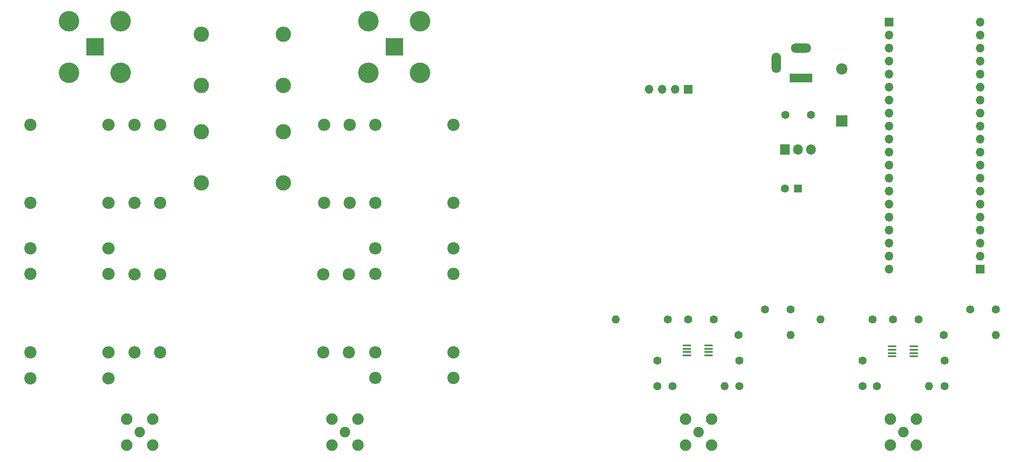
<source format=gbr>
%TF.GenerationSoftware,KiCad,Pcbnew,7.0.9*%
%TF.CreationDate,2023-12-22T07:41:01-05:00*%
%TF.ProjectId,swr_meter,7377725f-6d65-4746-9572-2e6b69636164,2*%
%TF.SameCoordinates,Original*%
%TF.FileFunction,Soldermask,Top*%
%TF.FilePolarity,Negative*%
%FSLAX46Y46*%
G04 Gerber Fmt 4.6, Leading zero omitted, Abs format (unit mm)*
G04 Created by KiCad (PCBNEW 7.0.9) date 2023-12-22 07:41:01*
%MOMM*%
%LPD*%
G01*
G04 APERTURE LIST*
G04 Aperture macros list*
%AMRoundRect*
0 Rectangle with rounded corners*
0 $1 Rounding radius*
0 $2 $3 $4 $5 $6 $7 $8 $9 X,Y pos of 4 corners*
0 Add a 4 corners polygon primitive as box body*
4,1,4,$2,$3,$4,$5,$6,$7,$8,$9,$2,$3,0*
0 Add four circle primitives for the rounded corners*
1,1,$1+$1,$2,$3*
1,1,$1+$1,$4,$5*
1,1,$1+$1,$6,$7*
1,1,$1+$1,$8,$9*
0 Add four rect primitives between the rounded corners*
20,1,$1+$1,$2,$3,$4,$5,0*
20,1,$1+$1,$4,$5,$6,$7,0*
20,1,$1+$1,$6,$7,$8,$9,0*
20,1,$1+$1,$8,$9,$2,$3,0*%
G04 Aperture macros list end*
%ADD10C,2.400000*%
%ADD11O,2.400000X2.400000*%
%ADD12C,3.000000*%
%ADD13C,1.600000*%
%ADD14R,1.700000X1.700000*%
%ADD15O,1.700000X1.700000*%
%ADD16R,1.905000X2.000000*%
%ADD17O,1.905000X2.000000*%
%ADD18R,2.200000X2.200000*%
%ADD19O,2.200000X2.200000*%
%ADD20C,2.050000*%
%ADD21C,2.250000*%
%ADD22O,1.600000X1.600000*%
%ADD23RoundRect,0.100000X0.712500X0.100000X-0.712500X0.100000X-0.712500X-0.100000X0.712500X-0.100000X0*%
%ADD24R,3.500000X3.500000*%
%ADD25C,4.000000*%
%ADD26R,4.400000X1.800000*%
%ADD27O,4.000000X1.800000*%
%ADD28O,1.800000X4.000000*%
%ADD29R,1.600000X1.600000*%
G04 APERTURE END LIST*
D10*
%TO.C,R23*%
X132225000Y-110410000D03*
D11*
X116985000Y-110410000D03*
%TD*%
D12*
%TO.C,T1*%
X99000000Y-43260000D03*
X83000000Y-43260000D03*
X99000000Y-53260000D03*
X83000000Y-53260000D03*
%TD*%
D13*
%TO.C,C6*%
X228000000Y-112000000D03*
X228000000Y-107000000D03*
%TD*%
D10*
%TO.C,R24*%
X132225000Y-90090000D03*
D11*
X116985000Y-90090000D03*
%TD*%
D10*
%TO.C,R11*%
X132225000Y-60960000D03*
D11*
X116985000Y-60960000D03*
%TD*%
D14*
%TO.C,J3*%
X235000000Y-89125000D03*
D15*
X235000000Y-86585000D03*
X235000000Y-84045000D03*
X235000000Y-81505000D03*
X235000000Y-78965000D03*
X235000000Y-76425000D03*
X235000000Y-73885000D03*
X235000000Y-71345000D03*
X235000000Y-68805000D03*
X235000000Y-66265000D03*
X235000000Y-63725000D03*
X235000000Y-61185000D03*
X235000000Y-58645000D03*
X235000000Y-56105000D03*
X235000000Y-53565000D03*
X235000000Y-51025000D03*
X235000000Y-48485000D03*
X235000000Y-45945000D03*
X235000000Y-43405000D03*
X235000000Y-40865000D03*
%TD*%
D16*
%TO.C,U3*%
X196920000Y-65770000D03*
D17*
X199460000Y-65770000D03*
X202000000Y-65770000D03*
%TD*%
D18*
%TO.C,D1*%
X208000000Y-60160000D03*
D19*
X208000000Y-50000000D03*
%TD*%
D10*
%TO.C,R29*%
X70000000Y-105410000D03*
D11*
X70000000Y-90170000D03*
%TD*%
D13*
%TO.C,C1*%
X172000000Y-112000000D03*
X172000000Y-107000000D03*
%TD*%
D10*
%TO.C,R19*%
X132225000Y-85090000D03*
D11*
X116985000Y-85090000D03*
%TD*%
D20*
%TO.C,J8*%
X71000000Y-121000000D03*
D21*
X68460000Y-118460000D03*
X68460000Y-123540000D03*
X73540000Y-118460000D03*
X73540000Y-123540000D03*
%TD*%
D10*
%TO.C,R30*%
X75000000Y-105410000D03*
D11*
X75000000Y-90170000D03*
%TD*%
D13*
%TO.C,C10*%
X193000000Y-97000000D03*
X198000000Y-97000000D03*
%TD*%
%TO.C,C5*%
X212000000Y-112000000D03*
X212000000Y-107000000D03*
%TD*%
%TO.C,R33*%
X227840000Y-102000000D03*
D22*
X238000000Y-102000000D03*
%TD*%
D23*
%TO.C,U1*%
X222000000Y-106185000D03*
X222000000Y-105535000D03*
X222000000Y-104885000D03*
X222000000Y-104235000D03*
X217775000Y-104235000D03*
X217775000Y-104885000D03*
X217775000Y-105535000D03*
X217775000Y-106185000D03*
%TD*%
D13*
%TO.C,C2*%
X188000000Y-112000000D03*
X188000000Y-107000000D03*
%TD*%
D20*
%TO.C,J7*%
X111000000Y-121000000D03*
D21*
X108460000Y-118460000D03*
X108460000Y-123540000D03*
X113540000Y-118460000D03*
X113540000Y-123540000D03*
%TD*%
D10*
%TO.C,R28*%
X49680000Y-110490000D03*
D11*
X64920000Y-110490000D03*
%TD*%
D10*
%TO.C,R20*%
X132225000Y-105410000D03*
D11*
X116985000Y-105410000D03*
%TD*%
D13*
%TO.C,R32*%
X174000000Y-99000000D03*
D22*
X163840000Y-99000000D03*
%TD*%
D24*
%TO.C,J1*%
X120650000Y-45720000D03*
D25*
X115625000Y-40695000D03*
X115625000Y-50745000D03*
X125675000Y-40695000D03*
X125675000Y-50745000D03*
%TD*%
D23*
%TO.C,U2*%
X182000000Y-106000000D03*
X182000000Y-105350000D03*
X182000000Y-104700000D03*
X182000000Y-104050000D03*
X177775000Y-104050000D03*
X177775000Y-104700000D03*
X177775000Y-105350000D03*
X177775000Y-106000000D03*
%TD*%
D26*
%TO.C,J6*%
X200000000Y-51800000D03*
D27*
X200000000Y-46000000D03*
D28*
X195200000Y-48800000D03*
%TD*%
D13*
%TO.C,R34*%
X187840000Y-102000000D03*
D22*
X198000000Y-102000000D03*
%TD*%
D10*
%TO.C,R18*%
X75000000Y-76200000D03*
D11*
X75000000Y-60960000D03*
%TD*%
D13*
%TO.C,C3*%
X183000000Y-99000000D03*
X178000000Y-99000000D03*
%TD*%
D29*
%TO.C,C11*%
X199400000Y-73390000D03*
D13*
X196900000Y-73390000D03*
%TD*%
%TO.C,R31*%
X174920000Y-112000000D03*
D22*
X185080000Y-112000000D03*
%TD*%
D20*
%TO.C,J9*%
X220000000Y-121000000D03*
D21*
X217460000Y-118460000D03*
X217460000Y-123540000D03*
X222540000Y-118460000D03*
X222540000Y-123540000D03*
%TD*%
D24*
%TO.C,J2*%
X62230000Y-45720000D03*
D25*
X57205000Y-40695000D03*
X57205000Y-50745000D03*
X67255000Y-40695000D03*
X67255000Y-50745000D03*
%TD*%
D14*
%TO.C,J5*%
X178000000Y-54000000D03*
D15*
X175460000Y-54000000D03*
X172920000Y-54000000D03*
X170380000Y-54000000D03*
%TD*%
D10*
%TO.C,R27*%
X49680000Y-105410000D03*
D11*
X64920000Y-105410000D03*
%TD*%
D12*
%TO.C,T2*%
X83000000Y-72310000D03*
X99000000Y-72310000D03*
X83000000Y-62310000D03*
X99000000Y-62310000D03*
%TD*%
D10*
%TO.C,R16*%
X49680000Y-76200000D03*
D11*
X64920000Y-76200000D03*
%TD*%
D13*
%TO.C,R6*%
X214000000Y-99000000D03*
D22*
X203840000Y-99000000D03*
%TD*%
D13*
%TO.C,C7*%
X223000000Y-99000000D03*
X218000000Y-99000000D03*
%TD*%
D10*
%TO.C,R14*%
X107000000Y-76200000D03*
D11*
X107000000Y-60960000D03*
%TD*%
D10*
%TO.C,R12*%
X132225000Y-76200000D03*
D11*
X116985000Y-76200000D03*
%TD*%
D13*
%TO.C,C12*%
X197000000Y-59000000D03*
X202000000Y-59000000D03*
%TD*%
D10*
%TO.C,R22*%
X106825000Y-105410000D03*
D11*
X106825000Y-90170000D03*
%TD*%
D14*
%TO.C,J4*%
X217220000Y-40865000D03*
D15*
X217220000Y-43405000D03*
X217220000Y-45945000D03*
X217220000Y-48485000D03*
X217220000Y-51025000D03*
X217220000Y-53565000D03*
X217220000Y-56105000D03*
X217220000Y-58645000D03*
X217220000Y-61185000D03*
X217220000Y-63725000D03*
X217220000Y-66265000D03*
X217220000Y-68805000D03*
X217220000Y-71345000D03*
X217220000Y-73885000D03*
X217220000Y-76425000D03*
X217220000Y-78965000D03*
X217220000Y-81505000D03*
X217220000Y-84045000D03*
X217220000Y-86585000D03*
X217220000Y-89125000D03*
%TD*%
D10*
%TO.C,R15*%
X49680000Y-60960000D03*
D11*
X64920000Y-60960000D03*
%TD*%
D10*
%TO.C,R26*%
X49680000Y-85090000D03*
D11*
X64920000Y-85090000D03*
%TD*%
D10*
%TO.C,R25*%
X49680000Y-90090000D03*
D11*
X64920000Y-90090000D03*
%TD*%
D13*
%TO.C,C9*%
X233000000Y-97000000D03*
X238000000Y-97000000D03*
%TD*%
D20*
%TO.C,J10*%
X180000000Y-121000000D03*
D21*
X177460000Y-118460000D03*
X177460000Y-123540000D03*
X182540000Y-118460000D03*
X182540000Y-123540000D03*
%TD*%
D13*
%TO.C,R5*%
X214840000Y-112000000D03*
D22*
X225000000Y-112000000D03*
%TD*%
D10*
%TO.C,R13*%
X112000000Y-76200000D03*
D11*
X112000000Y-60960000D03*
%TD*%
D10*
%TO.C,R17*%
X70000000Y-76200000D03*
D11*
X70000000Y-60960000D03*
%TD*%
D10*
%TO.C,R21*%
X111825000Y-105410000D03*
D11*
X111825000Y-90170000D03*
%TD*%
M02*

</source>
